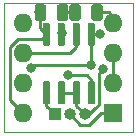
<source format=gtl>
G04 #@! TF.GenerationSoftware,KiCad,Pcbnew,5.1.2-f72e74a~84~ubuntu16.04.1*
G04 #@! TF.CreationDate,2019-06-06T18:14:26+02:00*
G04 #@! TF.ProjectId,rs232-rs485,72733233-322d-4727-9334-38352e6b6963,rev?*
G04 #@! TF.SameCoordinates,Original*
G04 #@! TF.FileFunction,Copper,L1,Top*
G04 #@! TF.FilePolarity,Positive*
%FSLAX46Y46*%
G04 Gerber Fmt 4.6, Leading zero omitted, Abs format (unit mm)*
G04 Created by KiCad (PCBNEW 5.1.2-f72e74a~84~ubuntu16.04.1) date 2019-06-06 18:14:26*
%MOMM*%
%LPD*%
G04 APERTURE LIST*
%ADD10C,0.050000*%
%ADD11C,0.100000*%
%ADD12C,0.975000*%
%ADD13C,0.600000*%
%ADD14O,1.000000X1.000000*%
%ADD15R,1.000000X1.000000*%
%ADD16O,1.600000X1.600000*%
%ADD17R,1.600000X1.600000*%
%ADD18C,0.800000*%
%ADD19C,0.250000*%
G04 APERTURE END LIST*
D10*
X125603000Y-108839000D02*
X125476000Y-108839000D01*
X125476000Y-108712000D02*
X125476000Y-108839000D01*
X125476000Y-97917000D02*
X125603000Y-97917000D01*
X136398000Y-97917000D02*
X136271000Y-97917000D01*
X136271000Y-108839000D02*
X136398000Y-108839000D01*
X136271000Y-108839000D02*
X125603000Y-108839000D01*
X136398000Y-97917000D02*
X136398000Y-108839000D01*
X125603000Y-97917000D02*
X136271000Y-97917000D01*
X125476000Y-108712000D02*
X125476000Y-97917000D01*
D11*
G36*
X131791142Y-97980174D02*
G01*
X131814803Y-97983684D01*
X131838007Y-97989496D01*
X131860529Y-97997554D01*
X131882153Y-98007782D01*
X131902670Y-98020079D01*
X131921883Y-98034329D01*
X131939607Y-98050393D01*
X131955671Y-98068117D01*
X131969921Y-98087330D01*
X131982218Y-98107847D01*
X131992446Y-98129471D01*
X132000504Y-98151993D01*
X132006316Y-98175197D01*
X132009826Y-98198858D01*
X132011000Y-98222750D01*
X132011000Y-99135250D01*
X132009826Y-99159142D01*
X132006316Y-99182803D01*
X132000504Y-99206007D01*
X131992446Y-99228529D01*
X131982218Y-99250153D01*
X131969921Y-99270670D01*
X131955671Y-99289883D01*
X131939607Y-99307607D01*
X131921883Y-99323671D01*
X131902670Y-99337921D01*
X131882153Y-99350218D01*
X131860529Y-99360446D01*
X131838007Y-99368504D01*
X131814803Y-99374316D01*
X131791142Y-99377826D01*
X131767250Y-99379000D01*
X131279750Y-99379000D01*
X131255858Y-99377826D01*
X131232197Y-99374316D01*
X131208993Y-99368504D01*
X131186471Y-99360446D01*
X131164847Y-99350218D01*
X131144330Y-99337921D01*
X131125117Y-99323671D01*
X131107393Y-99307607D01*
X131091329Y-99289883D01*
X131077079Y-99270670D01*
X131064782Y-99250153D01*
X131054554Y-99228529D01*
X131046496Y-99206007D01*
X131040684Y-99182803D01*
X131037174Y-99159142D01*
X131036000Y-99135250D01*
X131036000Y-98222750D01*
X131037174Y-98198858D01*
X131040684Y-98175197D01*
X131046496Y-98151993D01*
X131054554Y-98129471D01*
X131064782Y-98107847D01*
X131077079Y-98087330D01*
X131091329Y-98068117D01*
X131107393Y-98050393D01*
X131125117Y-98034329D01*
X131144330Y-98020079D01*
X131164847Y-98007782D01*
X131186471Y-97997554D01*
X131208993Y-97989496D01*
X131232197Y-97983684D01*
X131255858Y-97980174D01*
X131279750Y-97979000D01*
X131767250Y-97979000D01*
X131791142Y-97980174D01*
X131791142Y-97980174D01*
G37*
D12*
X131523500Y-98679000D03*
D11*
G36*
X133666142Y-97980174D02*
G01*
X133689803Y-97983684D01*
X133713007Y-97989496D01*
X133735529Y-97997554D01*
X133757153Y-98007782D01*
X133777670Y-98020079D01*
X133796883Y-98034329D01*
X133814607Y-98050393D01*
X133830671Y-98068117D01*
X133844921Y-98087330D01*
X133857218Y-98107847D01*
X133867446Y-98129471D01*
X133875504Y-98151993D01*
X133881316Y-98175197D01*
X133884826Y-98198858D01*
X133886000Y-98222750D01*
X133886000Y-99135250D01*
X133884826Y-99159142D01*
X133881316Y-99182803D01*
X133875504Y-99206007D01*
X133867446Y-99228529D01*
X133857218Y-99250153D01*
X133844921Y-99270670D01*
X133830671Y-99289883D01*
X133814607Y-99307607D01*
X133796883Y-99323671D01*
X133777670Y-99337921D01*
X133757153Y-99350218D01*
X133735529Y-99360446D01*
X133713007Y-99368504D01*
X133689803Y-99374316D01*
X133666142Y-99377826D01*
X133642250Y-99379000D01*
X133154750Y-99379000D01*
X133130858Y-99377826D01*
X133107197Y-99374316D01*
X133083993Y-99368504D01*
X133061471Y-99360446D01*
X133039847Y-99350218D01*
X133019330Y-99337921D01*
X133000117Y-99323671D01*
X132982393Y-99307607D01*
X132966329Y-99289883D01*
X132952079Y-99270670D01*
X132939782Y-99250153D01*
X132929554Y-99228529D01*
X132921496Y-99206007D01*
X132915684Y-99182803D01*
X132912174Y-99159142D01*
X132911000Y-99135250D01*
X132911000Y-98222750D01*
X132912174Y-98198858D01*
X132915684Y-98175197D01*
X132921496Y-98151993D01*
X132929554Y-98129471D01*
X132939782Y-98107847D01*
X132952079Y-98087330D01*
X132966329Y-98068117D01*
X132982393Y-98050393D01*
X133000117Y-98034329D01*
X133019330Y-98020079D01*
X133039847Y-98007782D01*
X133061471Y-97997554D01*
X133083993Y-97989496D01*
X133107197Y-97983684D01*
X133130858Y-97980174D01*
X133154750Y-97979000D01*
X133642250Y-97979000D01*
X133666142Y-97980174D01*
X133666142Y-97980174D01*
G37*
D12*
X133398500Y-98679000D03*
D11*
G36*
X129259703Y-99550722D02*
G01*
X129274264Y-99552882D01*
X129288543Y-99556459D01*
X129302403Y-99561418D01*
X129315710Y-99567712D01*
X129328336Y-99575280D01*
X129340159Y-99584048D01*
X129351066Y-99593934D01*
X129360952Y-99604841D01*
X129369720Y-99616664D01*
X129377288Y-99629290D01*
X129383582Y-99642597D01*
X129388541Y-99656457D01*
X129392118Y-99670736D01*
X129394278Y-99685297D01*
X129395000Y-99700000D01*
X129395000Y-101350000D01*
X129394278Y-101364703D01*
X129392118Y-101379264D01*
X129388541Y-101393543D01*
X129383582Y-101407403D01*
X129377288Y-101420710D01*
X129369720Y-101433336D01*
X129360952Y-101445159D01*
X129351066Y-101456066D01*
X129340159Y-101465952D01*
X129328336Y-101474720D01*
X129315710Y-101482288D01*
X129302403Y-101488582D01*
X129288543Y-101493541D01*
X129274264Y-101497118D01*
X129259703Y-101499278D01*
X129245000Y-101500000D01*
X128945000Y-101500000D01*
X128930297Y-101499278D01*
X128915736Y-101497118D01*
X128901457Y-101493541D01*
X128887597Y-101488582D01*
X128874290Y-101482288D01*
X128861664Y-101474720D01*
X128849841Y-101465952D01*
X128838934Y-101456066D01*
X128829048Y-101445159D01*
X128820280Y-101433336D01*
X128812712Y-101420710D01*
X128806418Y-101407403D01*
X128801459Y-101393543D01*
X128797882Y-101379264D01*
X128795722Y-101364703D01*
X128795000Y-101350000D01*
X128795000Y-99700000D01*
X128795722Y-99685297D01*
X128797882Y-99670736D01*
X128801459Y-99656457D01*
X128806418Y-99642597D01*
X128812712Y-99629290D01*
X128820280Y-99616664D01*
X128829048Y-99604841D01*
X128838934Y-99593934D01*
X128849841Y-99584048D01*
X128861664Y-99575280D01*
X128874290Y-99567712D01*
X128887597Y-99561418D01*
X128901457Y-99556459D01*
X128915736Y-99552882D01*
X128930297Y-99550722D01*
X128945000Y-99550000D01*
X129245000Y-99550000D01*
X129259703Y-99550722D01*
X129259703Y-99550722D01*
G37*
D13*
X129095000Y-100525000D03*
D11*
G36*
X130529703Y-99550722D02*
G01*
X130544264Y-99552882D01*
X130558543Y-99556459D01*
X130572403Y-99561418D01*
X130585710Y-99567712D01*
X130598336Y-99575280D01*
X130610159Y-99584048D01*
X130621066Y-99593934D01*
X130630952Y-99604841D01*
X130639720Y-99616664D01*
X130647288Y-99629290D01*
X130653582Y-99642597D01*
X130658541Y-99656457D01*
X130662118Y-99670736D01*
X130664278Y-99685297D01*
X130665000Y-99700000D01*
X130665000Y-101350000D01*
X130664278Y-101364703D01*
X130662118Y-101379264D01*
X130658541Y-101393543D01*
X130653582Y-101407403D01*
X130647288Y-101420710D01*
X130639720Y-101433336D01*
X130630952Y-101445159D01*
X130621066Y-101456066D01*
X130610159Y-101465952D01*
X130598336Y-101474720D01*
X130585710Y-101482288D01*
X130572403Y-101488582D01*
X130558543Y-101493541D01*
X130544264Y-101497118D01*
X130529703Y-101499278D01*
X130515000Y-101500000D01*
X130215000Y-101500000D01*
X130200297Y-101499278D01*
X130185736Y-101497118D01*
X130171457Y-101493541D01*
X130157597Y-101488582D01*
X130144290Y-101482288D01*
X130131664Y-101474720D01*
X130119841Y-101465952D01*
X130108934Y-101456066D01*
X130099048Y-101445159D01*
X130090280Y-101433336D01*
X130082712Y-101420710D01*
X130076418Y-101407403D01*
X130071459Y-101393543D01*
X130067882Y-101379264D01*
X130065722Y-101364703D01*
X130065000Y-101350000D01*
X130065000Y-99700000D01*
X130065722Y-99685297D01*
X130067882Y-99670736D01*
X130071459Y-99656457D01*
X130076418Y-99642597D01*
X130082712Y-99629290D01*
X130090280Y-99616664D01*
X130099048Y-99604841D01*
X130108934Y-99593934D01*
X130119841Y-99584048D01*
X130131664Y-99575280D01*
X130144290Y-99567712D01*
X130157597Y-99561418D01*
X130171457Y-99556459D01*
X130185736Y-99552882D01*
X130200297Y-99550722D01*
X130215000Y-99550000D01*
X130515000Y-99550000D01*
X130529703Y-99550722D01*
X130529703Y-99550722D01*
G37*
D13*
X130365000Y-100525000D03*
D11*
G36*
X131799703Y-99550722D02*
G01*
X131814264Y-99552882D01*
X131828543Y-99556459D01*
X131842403Y-99561418D01*
X131855710Y-99567712D01*
X131868336Y-99575280D01*
X131880159Y-99584048D01*
X131891066Y-99593934D01*
X131900952Y-99604841D01*
X131909720Y-99616664D01*
X131917288Y-99629290D01*
X131923582Y-99642597D01*
X131928541Y-99656457D01*
X131932118Y-99670736D01*
X131934278Y-99685297D01*
X131935000Y-99700000D01*
X131935000Y-101350000D01*
X131934278Y-101364703D01*
X131932118Y-101379264D01*
X131928541Y-101393543D01*
X131923582Y-101407403D01*
X131917288Y-101420710D01*
X131909720Y-101433336D01*
X131900952Y-101445159D01*
X131891066Y-101456066D01*
X131880159Y-101465952D01*
X131868336Y-101474720D01*
X131855710Y-101482288D01*
X131842403Y-101488582D01*
X131828543Y-101493541D01*
X131814264Y-101497118D01*
X131799703Y-101499278D01*
X131785000Y-101500000D01*
X131485000Y-101500000D01*
X131470297Y-101499278D01*
X131455736Y-101497118D01*
X131441457Y-101493541D01*
X131427597Y-101488582D01*
X131414290Y-101482288D01*
X131401664Y-101474720D01*
X131389841Y-101465952D01*
X131378934Y-101456066D01*
X131369048Y-101445159D01*
X131360280Y-101433336D01*
X131352712Y-101420710D01*
X131346418Y-101407403D01*
X131341459Y-101393543D01*
X131337882Y-101379264D01*
X131335722Y-101364703D01*
X131335000Y-101350000D01*
X131335000Y-99700000D01*
X131335722Y-99685297D01*
X131337882Y-99670736D01*
X131341459Y-99656457D01*
X131346418Y-99642597D01*
X131352712Y-99629290D01*
X131360280Y-99616664D01*
X131369048Y-99604841D01*
X131378934Y-99593934D01*
X131389841Y-99584048D01*
X131401664Y-99575280D01*
X131414290Y-99567712D01*
X131427597Y-99561418D01*
X131441457Y-99556459D01*
X131455736Y-99552882D01*
X131470297Y-99550722D01*
X131485000Y-99550000D01*
X131785000Y-99550000D01*
X131799703Y-99550722D01*
X131799703Y-99550722D01*
G37*
D13*
X131635000Y-100525000D03*
D11*
G36*
X133069703Y-99550722D02*
G01*
X133084264Y-99552882D01*
X133098543Y-99556459D01*
X133112403Y-99561418D01*
X133125710Y-99567712D01*
X133138336Y-99575280D01*
X133150159Y-99584048D01*
X133161066Y-99593934D01*
X133170952Y-99604841D01*
X133179720Y-99616664D01*
X133187288Y-99629290D01*
X133193582Y-99642597D01*
X133198541Y-99656457D01*
X133202118Y-99670736D01*
X133204278Y-99685297D01*
X133205000Y-99700000D01*
X133205000Y-101350000D01*
X133204278Y-101364703D01*
X133202118Y-101379264D01*
X133198541Y-101393543D01*
X133193582Y-101407403D01*
X133187288Y-101420710D01*
X133179720Y-101433336D01*
X133170952Y-101445159D01*
X133161066Y-101456066D01*
X133150159Y-101465952D01*
X133138336Y-101474720D01*
X133125710Y-101482288D01*
X133112403Y-101488582D01*
X133098543Y-101493541D01*
X133084264Y-101497118D01*
X133069703Y-101499278D01*
X133055000Y-101500000D01*
X132755000Y-101500000D01*
X132740297Y-101499278D01*
X132725736Y-101497118D01*
X132711457Y-101493541D01*
X132697597Y-101488582D01*
X132684290Y-101482288D01*
X132671664Y-101474720D01*
X132659841Y-101465952D01*
X132648934Y-101456066D01*
X132639048Y-101445159D01*
X132630280Y-101433336D01*
X132622712Y-101420710D01*
X132616418Y-101407403D01*
X132611459Y-101393543D01*
X132607882Y-101379264D01*
X132605722Y-101364703D01*
X132605000Y-101350000D01*
X132605000Y-99700000D01*
X132605722Y-99685297D01*
X132607882Y-99670736D01*
X132611459Y-99656457D01*
X132616418Y-99642597D01*
X132622712Y-99629290D01*
X132630280Y-99616664D01*
X132639048Y-99604841D01*
X132648934Y-99593934D01*
X132659841Y-99584048D01*
X132671664Y-99575280D01*
X132684290Y-99567712D01*
X132697597Y-99561418D01*
X132711457Y-99556459D01*
X132725736Y-99552882D01*
X132740297Y-99550722D01*
X132755000Y-99550000D01*
X133055000Y-99550000D01*
X133069703Y-99550722D01*
X133069703Y-99550722D01*
G37*
D13*
X132905000Y-100525000D03*
D11*
G36*
X133069703Y-104500722D02*
G01*
X133084264Y-104502882D01*
X133098543Y-104506459D01*
X133112403Y-104511418D01*
X133125710Y-104517712D01*
X133138336Y-104525280D01*
X133150159Y-104534048D01*
X133161066Y-104543934D01*
X133170952Y-104554841D01*
X133179720Y-104566664D01*
X133187288Y-104579290D01*
X133193582Y-104592597D01*
X133198541Y-104606457D01*
X133202118Y-104620736D01*
X133204278Y-104635297D01*
X133205000Y-104650000D01*
X133205000Y-106300000D01*
X133204278Y-106314703D01*
X133202118Y-106329264D01*
X133198541Y-106343543D01*
X133193582Y-106357403D01*
X133187288Y-106370710D01*
X133179720Y-106383336D01*
X133170952Y-106395159D01*
X133161066Y-106406066D01*
X133150159Y-106415952D01*
X133138336Y-106424720D01*
X133125710Y-106432288D01*
X133112403Y-106438582D01*
X133098543Y-106443541D01*
X133084264Y-106447118D01*
X133069703Y-106449278D01*
X133055000Y-106450000D01*
X132755000Y-106450000D01*
X132740297Y-106449278D01*
X132725736Y-106447118D01*
X132711457Y-106443541D01*
X132697597Y-106438582D01*
X132684290Y-106432288D01*
X132671664Y-106424720D01*
X132659841Y-106415952D01*
X132648934Y-106406066D01*
X132639048Y-106395159D01*
X132630280Y-106383336D01*
X132622712Y-106370710D01*
X132616418Y-106357403D01*
X132611459Y-106343543D01*
X132607882Y-106329264D01*
X132605722Y-106314703D01*
X132605000Y-106300000D01*
X132605000Y-104650000D01*
X132605722Y-104635297D01*
X132607882Y-104620736D01*
X132611459Y-104606457D01*
X132616418Y-104592597D01*
X132622712Y-104579290D01*
X132630280Y-104566664D01*
X132639048Y-104554841D01*
X132648934Y-104543934D01*
X132659841Y-104534048D01*
X132671664Y-104525280D01*
X132684290Y-104517712D01*
X132697597Y-104511418D01*
X132711457Y-104506459D01*
X132725736Y-104502882D01*
X132740297Y-104500722D01*
X132755000Y-104500000D01*
X133055000Y-104500000D01*
X133069703Y-104500722D01*
X133069703Y-104500722D01*
G37*
D13*
X132905000Y-105475000D03*
D11*
G36*
X131799703Y-104500722D02*
G01*
X131814264Y-104502882D01*
X131828543Y-104506459D01*
X131842403Y-104511418D01*
X131855710Y-104517712D01*
X131868336Y-104525280D01*
X131880159Y-104534048D01*
X131891066Y-104543934D01*
X131900952Y-104554841D01*
X131909720Y-104566664D01*
X131917288Y-104579290D01*
X131923582Y-104592597D01*
X131928541Y-104606457D01*
X131932118Y-104620736D01*
X131934278Y-104635297D01*
X131935000Y-104650000D01*
X131935000Y-106300000D01*
X131934278Y-106314703D01*
X131932118Y-106329264D01*
X131928541Y-106343543D01*
X131923582Y-106357403D01*
X131917288Y-106370710D01*
X131909720Y-106383336D01*
X131900952Y-106395159D01*
X131891066Y-106406066D01*
X131880159Y-106415952D01*
X131868336Y-106424720D01*
X131855710Y-106432288D01*
X131842403Y-106438582D01*
X131828543Y-106443541D01*
X131814264Y-106447118D01*
X131799703Y-106449278D01*
X131785000Y-106450000D01*
X131485000Y-106450000D01*
X131470297Y-106449278D01*
X131455736Y-106447118D01*
X131441457Y-106443541D01*
X131427597Y-106438582D01*
X131414290Y-106432288D01*
X131401664Y-106424720D01*
X131389841Y-106415952D01*
X131378934Y-106406066D01*
X131369048Y-106395159D01*
X131360280Y-106383336D01*
X131352712Y-106370710D01*
X131346418Y-106357403D01*
X131341459Y-106343543D01*
X131337882Y-106329264D01*
X131335722Y-106314703D01*
X131335000Y-106300000D01*
X131335000Y-104650000D01*
X131335722Y-104635297D01*
X131337882Y-104620736D01*
X131341459Y-104606457D01*
X131346418Y-104592597D01*
X131352712Y-104579290D01*
X131360280Y-104566664D01*
X131369048Y-104554841D01*
X131378934Y-104543934D01*
X131389841Y-104534048D01*
X131401664Y-104525280D01*
X131414290Y-104517712D01*
X131427597Y-104511418D01*
X131441457Y-104506459D01*
X131455736Y-104502882D01*
X131470297Y-104500722D01*
X131485000Y-104500000D01*
X131785000Y-104500000D01*
X131799703Y-104500722D01*
X131799703Y-104500722D01*
G37*
D13*
X131635000Y-105475000D03*
D11*
G36*
X130529703Y-104500722D02*
G01*
X130544264Y-104502882D01*
X130558543Y-104506459D01*
X130572403Y-104511418D01*
X130585710Y-104517712D01*
X130598336Y-104525280D01*
X130610159Y-104534048D01*
X130621066Y-104543934D01*
X130630952Y-104554841D01*
X130639720Y-104566664D01*
X130647288Y-104579290D01*
X130653582Y-104592597D01*
X130658541Y-104606457D01*
X130662118Y-104620736D01*
X130664278Y-104635297D01*
X130665000Y-104650000D01*
X130665000Y-106300000D01*
X130664278Y-106314703D01*
X130662118Y-106329264D01*
X130658541Y-106343543D01*
X130653582Y-106357403D01*
X130647288Y-106370710D01*
X130639720Y-106383336D01*
X130630952Y-106395159D01*
X130621066Y-106406066D01*
X130610159Y-106415952D01*
X130598336Y-106424720D01*
X130585710Y-106432288D01*
X130572403Y-106438582D01*
X130558543Y-106443541D01*
X130544264Y-106447118D01*
X130529703Y-106449278D01*
X130515000Y-106450000D01*
X130215000Y-106450000D01*
X130200297Y-106449278D01*
X130185736Y-106447118D01*
X130171457Y-106443541D01*
X130157597Y-106438582D01*
X130144290Y-106432288D01*
X130131664Y-106424720D01*
X130119841Y-106415952D01*
X130108934Y-106406066D01*
X130099048Y-106395159D01*
X130090280Y-106383336D01*
X130082712Y-106370710D01*
X130076418Y-106357403D01*
X130071459Y-106343543D01*
X130067882Y-106329264D01*
X130065722Y-106314703D01*
X130065000Y-106300000D01*
X130065000Y-104650000D01*
X130065722Y-104635297D01*
X130067882Y-104620736D01*
X130071459Y-104606457D01*
X130076418Y-104592597D01*
X130082712Y-104579290D01*
X130090280Y-104566664D01*
X130099048Y-104554841D01*
X130108934Y-104543934D01*
X130119841Y-104534048D01*
X130131664Y-104525280D01*
X130144290Y-104517712D01*
X130157597Y-104511418D01*
X130171457Y-104506459D01*
X130185736Y-104502882D01*
X130200297Y-104500722D01*
X130215000Y-104500000D01*
X130515000Y-104500000D01*
X130529703Y-104500722D01*
X130529703Y-104500722D01*
G37*
D13*
X130365000Y-105475000D03*
D11*
G36*
X129259703Y-104500722D02*
G01*
X129274264Y-104502882D01*
X129288543Y-104506459D01*
X129302403Y-104511418D01*
X129315710Y-104517712D01*
X129328336Y-104525280D01*
X129340159Y-104534048D01*
X129351066Y-104543934D01*
X129360952Y-104554841D01*
X129369720Y-104566664D01*
X129377288Y-104579290D01*
X129383582Y-104592597D01*
X129388541Y-104606457D01*
X129392118Y-104620736D01*
X129394278Y-104635297D01*
X129395000Y-104650000D01*
X129395000Y-106300000D01*
X129394278Y-106314703D01*
X129392118Y-106329264D01*
X129388541Y-106343543D01*
X129383582Y-106357403D01*
X129377288Y-106370710D01*
X129369720Y-106383336D01*
X129360952Y-106395159D01*
X129351066Y-106406066D01*
X129340159Y-106415952D01*
X129328336Y-106424720D01*
X129315710Y-106432288D01*
X129302403Y-106438582D01*
X129288543Y-106443541D01*
X129274264Y-106447118D01*
X129259703Y-106449278D01*
X129245000Y-106450000D01*
X128945000Y-106450000D01*
X128930297Y-106449278D01*
X128915736Y-106447118D01*
X128901457Y-106443541D01*
X128887597Y-106438582D01*
X128874290Y-106432288D01*
X128861664Y-106424720D01*
X128849841Y-106415952D01*
X128838934Y-106406066D01*
X128829048Y-106395159D01*
X128820280Y-106383336D01*
X128812712Y-106370710D01*
X128806418Y-106357403D01*
X128801459Y-106343543D01*
X128797882Y-106329264D01*
X128795722Y-106314703D01*
X128795000Y-106300000D01*
X128795000Y-104650000D01*
X128795722Y-104635297D01*
X128797882Y-104620736D01*
X128801459Y-104606457D01*
X128806418Y-104592597D01*
X128812712Y-104579290D01*
X128820280Y-104566664D01*
X128829048Y-104554841D01*
X128838934Y-104543934D01*
X128849841Y-104534048D01*
X128861664Y-104525280D01*
X128874290Y-104517712D01*
X128887597Y-104511418D01*
X128901457Y-104506459D01*
X128915736Y-104502882D01*
X128930297Y-104500722D01*
X128945000Y-104500000D01*
X129245000Y-104500000D01*
X129259703Y-104500722D01*
X129259703Y-104500722D01*
G37*
D13*
X129095000Y-105475000D03*
D14*
X132334000Y-107315000D03*
X131064000Y-107315000D03*
D15*
X129794000Y-107315000D03*
D16*
X127127000Y-107188000D03*
X134747000Y-99568000D03*
X127127000Y-104648000D03*
X134747000Y-102108000D03*
X127127000Y-102108000D03*
X134747000Y-104648000D03*
X127127000Y-99568000D03*
D17*
X134747000Y-107188000D03*
D11*
G36*
X128870142Y-97980174D02*
G01*
X128893803Y-97983684D01*
X128917007Y-97989496D01*
X128939529Y-97997554D01*
X128961153Y-98007782D01*
X128981670Y-98020079D01*
X129000883Y-98034329D01*
X129018607Y-98050393D01*
X129034671Y-98068117D01*
X129048921Y-98087330D01*
X129061218Y-98107847D01*
X129071446Y-98129471D01*
X129079504Y-98151993D01*
X129085316Y-98175197D01*
X129088826Y-98198858D01*
X129090000Y-98222750D01*
X129090000Y-99135250D01*
X129088826Y-99159142D01*
X129085316Y-99182803D01*
X129079504Y-99206007D01*
X129071446Y-99228529D01*
X129061218Y-99250153D01*
X129048921Y-99270670D01*
X129034671Y-99289883D01*
X129018607Y-99307607D01*
X129000883Y-99323671D01*
X128981670Y-99337921D01*
X128961153Y-99350218D01*
X128939529Y-99360446D01*
X128917007Y-99368504D01*
X128893803Y-99374316D01*
X128870142Y-99377826D01*
X128846250Y-99379000D01*
X128358750Y-99379000D01*
X128334858Y-99377826D01*
X128311197Y-99374316D01*
X128287993Y-99368504D01*
X128265471Y-99360446D01*
X128243847Y-99350218D01*
X128223330Y-99337921D01*
X128204117Y-99323671D01*
X128186393Y-99307607D01*
X128170329Y-99289883D01*
X128156079Y-99270670D01*
X128143782Y-99250153D01*
X128133554Y-99228529D01*
X128125496Y-99206007D01*
X128119684Y-99182803D01*
X128116174Y-99159142D01*
X128115000Y-99135250D01*
X128115000Y-98222750D01*
X128116174Y-98198858D01*
X128119684Y-98175197D01*
X128125496Y-98151993D01*
X128133554Y-98129471D01*
X128143782Y-98107847D01*
X128156079Y-98087330D01*
X128170329Y-98068117D01*
X128186393Y-98050393D01*
X128204117Y-98034329D01*
X128223330Y-98020079D01*
X128243847Y-98007782D01*
X128265471Y-97997554D01*
X128287993Y-97989496D01*
X128311197Y-97983684D01*
X128334858Y-97980174D01*
X128358750Y-97979000D01*
X128846250Y-97979000D01*
X128870142Y-97980174D01*
X128870142Y-97980174D01*
G37*
D12*
X128602500Y-98679000D03*
D11*
G36*
X130745142Y-97980174D02*
G01*
X130768803Y-97983684D01*
X130792007Y-97989496D01*
X130814529Y-97997554D01*
X130836153Y-98007782D01*
X130856670Y-98020079D01*
X130875883Y-98034329D01*
X130893607Y-98050393D01*
X130909671Y-98068117D01*
X130923921Y-98087330D01*
X130936218Y-98107847D01*
X130946446Y-98129471D01*
X130954504Y-98151993D01*
X130960316Y-98175197D01*
X130963826Y-98198858D01*
X130965000Y-98222750D01*
X130965000Y-99135250D01*
X130963826Y-99159142D01*
X130960316Y-99182803D01*
X130954504Y-99206007D01*
X130946446Y-99228529D01*
X130936218Y-99250153D01*
X130923921Y-99270670D01*
X130909671Y-99289883D01*
X130893607Y-99307607D01*
X130875883Y-99323671D01*
X130856670Y-99337921D01*
X130836153Y-99350218D01*
X130814529Y-99360446D01*
X130792007Y-99368504D01*
X130768803Y-99374316D01*
X130745142Y-99377826D01*
X130721250Y-99379000D01*
X130233750Y-99379000D01*
X130209858Y-99377826D01*
X130186197Y-99374316D01*
X130162993Y-99368504D01*
X130140471Y-99360446D01*
X130118847Y-99350218D01*
X130098330Y-99337921D01*
X130079117Y-99323671D01*
X130061393Y-99307607D01*
X130045329Y-99289883D01*
X130031079Y-99270670D01*
X130018782Y-99250153D01*
X130008554Y-99228529D01*
X130000496Y-99206007D01*
X129994684Y-99182803D01*
X129991174Y-99159142D01*
X129990000Y-99135250D01*
X129990000Y-98222750D01*
X129991174Y-98198858D01*
X129994684Y-98175197D01*
X130000496Y-98151993D01*
X130008554Y-98129471D01*
X130018782Y-98107847D01*
X130031079Y-98087330D01*
X130045329Y-98068117D01*
X130061393Y-98050393D01*
X130079117Y-98034329D01*
X130098330Y-98020079D01*
X130118847Y-98007782D01*
X130140471Y-97997554D01*
X130162993Y-97989496D01*
X130186197Y-97983684D01*
X130209858Y-97980174D01*
X130233750Y-97979000D01*
X130721250Y-97979000D01*
X130745142Y-97980174D01*
X130745142Y-97980174D01*
G37*
D12*
X130477500Y-98679000D03*
D18*
X130463980Y-100457000D03*
X127806978Y-103377991D03*
X132867400Y-103149400D03*
X133629400Y-100482400D03*
X133858000Y-103505000D03*
X130907000Y-104010763D03*
D19*
X128602500Y-100032500D02*
X129095000Y-100525000D01*
X128602500Y-98679000D02*
X128602500Y-100032500D01*
X127127000Y-107188000D02*
X126001999Y-106062999D01*
X126001999Y-106062999D02*
X126001999Y-101567999D01*
X126001999Y-101567999D02*
X126674288Y-100895710D01*
X128724290Y-100895710D02*
X129095000Y-100525000D01*
X126674288Y-100895710D02*
X128724290Y-100895710D01*
X131523500Y-98679000D02*
X130477500Y-98679000D01*
X134747000Y-99568000D02*
X134747000Y-99060000D01*
X134366000Y-98679000D02*
X133398500Y-98679000D01*
X134747000Y-99060000D02*
X134366000Y-98679000D01*
X130433000Y-100457000D02*
X130365000Y-100525000D01*
X130463980Y-100457000D02*
X130433000Y-100457000D01*
X134747000Y-104648000D02*
X134747000Y-102108000D01*
X131635000Y-100525000D02*
X131635000Y-101600000D01*
X131635000Y-101600000D02*
X131127000Y-102108000D01*
X128258370Y-102108000D02*
X127127000Y-102108000D01*
X131127000Y-102108000D02*
X128258370Y-102108000D01*
X132905000Y-100525000D02*
X132905000Y-102789569D01*
X132551415Y-103143154D02*
X128041815Y-103143154D01*
X128041815Y-103143154D02*
X127806978Y-103377991D01*
X132905000Y-102789569D02*
X132551415Y-103143154D01*
X132551415Y-103143154D02*
X132861154Y-103143154D01*
X132861154Y-103143154D02*
X132867400Y-103149400D01*
X132947600Y-100482400D02*
X132905000Y-100525000D01*
X133629400Y-100482400D02*
X132947600Y-100482400D01*
X131064000Y-107315000D02*
X131953000Y-108204000D01*
X133697000Y-107188000D02*
X134747000Y-107188000D01*
X132681000Y-108204000D02*
X133697000Y-107188000D01*
X131953000Y-108204000D02*
X132681000Y-108204000D01*
X131635000Y-106616000D02*
X131635000Y-105475000D01*
X132334000Y-107315000D02*
X131635000Y-106616000D01*
X131635000Y-105475000D02*
X130365000Y-105475000D01*
X133530010Y-103832990D02*
X133858000Y-103505000D01*
X133251758Y-106775010D02*
X133530010Y-106496758D01*
X133530010Y-106496758D02*
X133530010Y-103832990D01*
X132334000Y-107315000D02*
X132715000Y-107315000D01*
X133251758Y-106778242D02*
X133251758Y-106775010D01*
X132715000Y-107315000D02*
X133251758Y-106778242D01*
X129095000Y-106616000D02*
X129095000Y-105475000D01*
X129794000Y-107315000D02*
X129095000Y-106616000D01*
X132905000Y-105475000D02*
X132905000Y-104400000D01*
X132515763Y-104010763D02*
X130907000Y-104010763D01*
X132905000Y-104400000D02*
X132515763Y-104010763D01*
M02*

</source>
